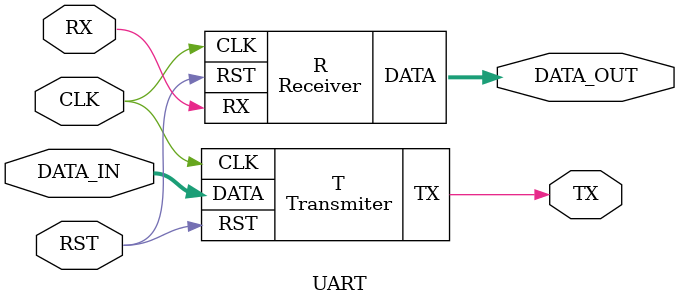
<source format=v>
`timescale 1ns / 1ps
module Transmiter( input CLK, input RST,input [7:0] DATA, output TX);
	reg [3:0] Count;	
	reg [10:0] IN = 11'b01001110001;			// 9600 Bauds at 12MHz			
	reg TX_register;
	wire Div_CLK;
	Clock_Divider CD1( CLK, IN,RST, Div_CLK);
	
	always @(posedge Div_CLK or posedge RST)
		begin
			if (RST)
				begin
					Count<=0;
					TX_register<=1;
				end
			else
				begin
					case (Count)
						4'b0000 : begin TX_register <= 0;Count<= Count +4'b0001; end
						4'b0001 : begin TX_register <= DATA[0];Count<= Count +4'b0001;end
						4'b0010 : begin TX_register <= DATA[1];Count<= Count +4'b0001;end
						4'b0011 : begin TX_register <= DATA[2];Count<= Count +4'b0001;end
						4'b0100 : begin TX_register <= DATA[3];Count<= Count +4'b0001;end
						4'b0101 : begin TX_register <= DATA[4];Count<= Count +4'b0001;end
						4'b0110 : begin TX_register <= DATA[5];Count<= Count +4'b0001;end
						4'b0111 : begin TX_register <= DATA[6];Count<= Count +4'b0001;end
						4'b1000 : begin TX_register <= DATA[7];Count<= Count +4'b0001;end
						4'b1001 : begin TX_register <= 1;Count<= Count +4'b0001;end					
						default : begin Count<=0; TX_register<=1; end
					endcase
				end
		end
		assign TX = TX_register;		
endmodule

module Receiver (input CLK, input RST, input RX, output reg [7:0] DATA);
	reg [15:0] IN = 16'b0000001001110001;	
   
	Clock_Divider CD2( CLK, IN,RST, Div_CLK);	
	reg [3:0] Count;
	//reg r1=0,r2=0;
	reg en,s=0,rc;
	always @(RX )
		begin
			if (/*(r1 ==0) & r2 & */(Count==0))	begin s<=1; end
			else begin s<=0; end
		end
	always @(posedge s or posedge rc or posedge RST)	
		begin
			if (RST) begin en<=0; end
			else
				begin
					if(s)  begin en<=1; end
					else begin en<=0;  end
				end
		end	
	always @(posedge Div_CLK or posedge RST)
	begin
	if (RST) begin Count<=0; DATA<=0;rc<=0;  end
	else
	begin
		//r2=r1;
		//r1=RX;
		if (en)
			begin
				case (Count)
					4'b0000: begin DATA[0]<= RX; Count<=Count+1; rc<=0;end
					4'b0001: begin DATA[1]<= RX; Count<=Count+1; rc<=0;end
					4'b0010: begin DATA[2]<= RX; Count<=Count+1; rc<=0;end
					4'b0011: begin DATA[3]<= RX; Count<=Count+1; rc<=0;end
					4'b0100: begin DATA[4]<= RX; Count<=Count+1; rc<=0;end
					4'b0101: begin DATA[5]<= RX; Count<=Count+1; rc<=0;end
					4'b0110: begin DATA[6]<= RX; Count<=Count+1; rc<=0;end
					4'b0111: begin DATA[7]<= RX; Count<=Count+1; rc<=0;end
					4'b1000: begin rc<=1;Count<=0; end
					default: begin rc<=0; Count<=0; end
				endcase
			end
		else rc<=0;
	end
	end

endmodule	

module UART (input CLK, RST, RX, input [7:0] DATA_IN,	output [7:0] DATA_OUT, output TX);
  
	Transmiter T(  CLK,  RST,DATA_IN, TX);
	Receiver R(CLK,  RST, RX,  DATA_OUT);
endmodule
	
</source>
